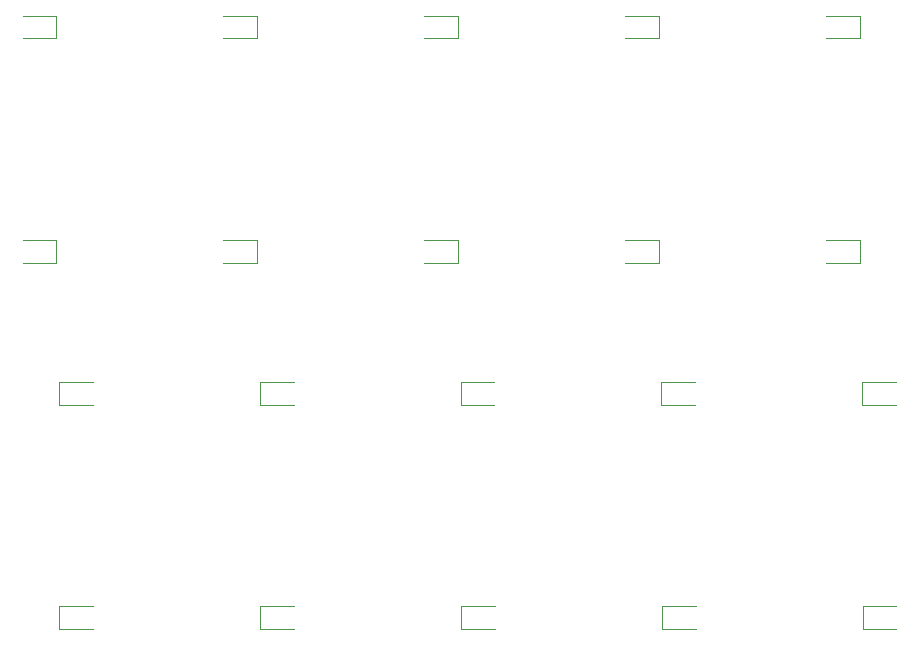
<source format=gbo>
%MOIN*%
%OFA0B0*%
%FSLAX46Y46*%
%IPPOS*%
%LPD*%
%ADD10C,0.0047244094488188976*%
%ADD21C,0.0047244094488188976*%
%ADD22C,0.0047244094488188976*%
%ADD23C,0.0047244094488188976*%
%ADD24C,0.0047244094488188976*%
G01*
D10*
X0000300787Y0000395275D02*
X0000300787Y0000470866D01*
X0000413385Y0000395275D02*
X0000300787Y0000395275D01*
X0000300787Y0000470866D02*
X0000413385Y0000470866D01*
X0000299803Y0001143307D02*
X0000299803Y0001218897D01*
X0000412401Y0001143307D02*
X0000299803Y0001143307D01*
X0000299803Y0001218897D02*
X0000412401Y0001218897D01*
X0000290747Y0001691338D02*
X0000290747Y0001615748D01*
X0000178149Y0001691338D02*
X0000290747Y0001691338D01*
X0000290747Y0001615748D02*
X0000178149Y0001615748D01*
X0000290747Y0002363779D02*
X0000178149Y0002363779D01*
X0000178149Y0002439370D02*
X0000290747Y0002439370D01*
X0000290747Y0002439370D02*
X0000290747Y0002363779D01*
G04 next file*
G04 #@! TF.GenerationSoftware,KiCad,Pcbnew,7.0.2*
G04 #@! TF.CreationDate,2023-05-08T17:21:18+01:00*
G04 #@! TF.ProjectId,heron,6865726f-6e2e-46b6-9963-61645f706362,rev?*
G04 #@! TF.SameCoordinates,Original*
G04 #@! TF.FileFunction,Legend,Bot*
G04 #@! TF.FilePolarity,Positive*
G04 Gerber Fmt 4.6, Leading zero omitted, Abs format (unit mm)*
G04 Created by KiCad (PCBNEW 7.0.2) date 2023-05-08 17:21:18*
G01*
G04 APERTURE LIST*
G04 APERTURE END LIST*
D21*
G04 #@! TO.C,D4*
X0000970078Y0000395275D02*
X0000970078Y0000470866D01*
X0001082677Y0000395275D02*
X0000970078Y0000395275D01*
X0000970078Y0000470866D02*
X0001082677Y0000470866D01*
G04 #@! TO.C,D3*
X0000969094Y0001143307D02*
X0000969094Y0001218897D01*
X0001081692Y0001143307D02*
X0000969094Y0001143307D01*
X0000969094Y0001218897D02*
X0001081692Y0001218897D01*
G04 #@! TO.C,D2*
X0000960039Y0001691338D02*
X0000960039Y0001615748D01*
X0000847440Y0001691338D02*
X0000960039Y0001691338D01*
X0000960039Y0001615748D02*
X0000847440Y0001615748D01*
G04 #@! TO.C,D1*
X0000960039Y0002363779D02*
X0000847440Y0002363779D01*
X0000847440Y0002439370D02*
X0000960039Y0002439370D01*
X0000960039Y0002439370D02*
X0000960039Y0002363779D01*
G04 #@! TD*
G04 next file*
G04 #@! TF.GenerationSoftware,KiCad,Pcbnew,7.0.2*
G04 #@! TF.CreationDate,2023-05-08T17:21:18+01:00*
G04 #@! TF.ProjectId,heron,6865726f-6e2e-46b6-9963-61645f706362,rev?*
G04 #@! TF.SameCoordinates,Original*
G04 #@! TF.FileFunction,Legend,Bot*
G04 #@! TF.FilePolarity,Positive*
G04 Gerber Fmt 4.6, Leading zero omitted, Abs format (unit mm)*
G04 Created by KiCad (PCBNEW 7.0.2) date 2023-05-08 17:21:18*
G01*
G04 APERTURE LIST*
G04 APERTURE END LIST*
D22*
G04 #@! TO.C,D4*
X0001639370Y0000395275D02*
X0001639370Y0000470866D01*
X0001751968Y0000395275D02*
X0001639370Y0000395275D01*
X0001639370Y0000470866D02*
X0001751968Y0000470866D01*
G04 #@! TO.C,D3*
X0001638385Y0001143307D02*
X0001638385Y0001218897D01*
X0001750984Y0001143307D02*
X0001638385Y0001143307D01*
X0001638385Y0001218897D02*
X0001750984Y0001218897D01*
G04 #@! TO.C,D2*
X0001629330Y0001691338D02*
X0001629330Y0001615748D01*
X0001516732Y0001691338D02*
X0001629330Y0001691338D01*
X0001629330Y0001615748D02*
X0001516732Y0001615748D01*
G04 #@! TO.C,D1*
X0001629330Y0002363779D02*
X0001516732Y0002363779D01*
X0001516732Y0002439370D02*
X0001629330Y0002439370D01*
X0001629330Y0002439370D02*
X0001629330Y0002363779D01*
G04 #@! TD*
G04 next file*
G04 #@! TF.GenerationSoftware,KiCad,Pcbnew,7.0.2*
G04 #@! TF.CreationDate,2023-05-08T17:21:18+01:00*
G04 #@! TF.ProjectId,heron,6865726f-6e2e-46b6-9963-61645f706362,rev?*
G04 #@! TF.SameCoordinates,Original*
G04 #@! TF.FileFunction,Legend,Bot*
G04 #@! TF.FilePolarity,Positive*
G04 Gerber Fmt 4.6, Leading zero omitted, Abs format (unit mm)*
G04 Created by KiCad (PCBNEW 7.0.2) date 2023-05-08 17:21:18*
G01*
G04 APERTURE LIST*
G04 APERTURE END LIST*
D23*
G04 #@! TO.C,D4*
X0002308661Y0000395275D02*
X0002308661Y0000470866D01*
X0002421259Y0000395275D02*
X0002308661Y0000395275D01*
X0002308661Y0000470866D02*
X0002421259Y0000470866D01*
G04 #@! TO.C,D3*
X0002307677Y0001143307D02*
X0002307677Y0001218897D01*
X0002420275Y0001143307D02*
X0002307677Y0001143307D01*
X0002307677Y0001218897D02*
X0002420275Y0001218897D01*
G04 #@! TO.C,D2*
X0002298622Y0001691338D02*
X0002298622Y0001615748D01*
X0002186023Y0001691338D02*
X0002298622Y0001691338D01*
X0002298622Y0001615748D02*
X0002186023Y0001615748D01*
G04 #@! TO.C,D1*
X0002298622Y0002363779D02*
X0002186023Y0002363779D01*
X0002186023Y0002439370D02*
X0002298622Y0002439370D01*
X0002298622Y0002439370D02*
X0002298622Y0002363779D01*
G04 #@! TD*
G04 next file*
G04 #@! TF.GenerationSoftware,KiCad,Pcbnew,7.0.2*
G04 #@! TF.CreationDate,2023-05-08T17:21:18+01:00*
G04 #@! TF.ProjectId,heron,6865726f-6e2e-46b6-9963-61645f706362,rev?*
G04 #@! TF.SameCoordinates,Original*
G04 #@! TF.FileFunction,Legend,Bot*
G04 #@! TF.FilePolarity,Positive*
G04 Gerber Fmt 4.6, Leading zero omitted, Abs format (unit mm)*
G04 Created by KiCad (PCBNEW 7.0.2) date 2023-05-08 17:21:18*
G01*
G04 APERTURE LIST*
G04 APERTURE END LIST*
D24*
G04 #@! TO.C,D4*
X0002977952Y0000395275D02*
X0002977952Y0000470866D01*
X0003090551Y0000395275D02*
X0002977952Y0000395275D01*
X0002977952Y0000470866D02*
X0003090551Y0000470866D01*
G04 #@! TO.C,D3*
X0002976968Y0001143307D02*
X0002976968Y0001218897D01*
X0003089566Y0001143307D02*
X0002976968Y0001143307D01*
X0002976968Y0001218897D02*
X0003089566Y0001218897D01*
G04 #@! TO.C,D2*
X0002967913Y0001691338D02*
X0002967913Y0001615748D01*
X0002855314Y0001691338D02*
X0002967913Y0001691338D01*
X0002967913Y0001615748D02*
X0002855314Y0001615748D01*
G04 #@! TO.C,D1*
X0002967913Y0002363779D02*
X0002855314Y0002363779D01*
X0002855314Y0002439370D02*
X0002967913Y0002439370D01*
X0002967913Y0002439370D02*
X0002967913Y0002363779D01*
G04 #@! TD*
M02*
</source>
